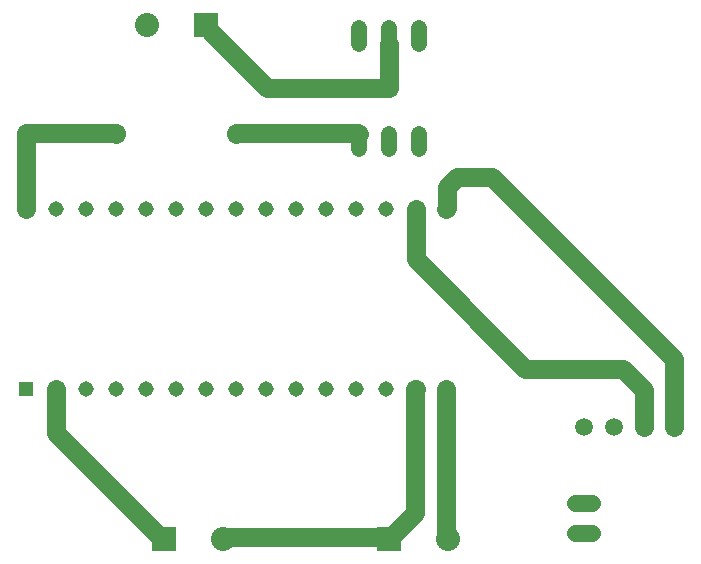
<source format=gbr>
G04 EAGLE Gerber RS-274X export*
G75*
%MOMM*%
%FSLAX34Y34*%
%LPD*%
%INTop Copper*%
%IPPOS*%
%AMOC8*
5,1,8,0,0,1.08239X$1,22.5*%
G01*
%ADD10R,1.308000X1.308000*%
%ADD11C,1.308000*%
%ADD12R,2.032000X2.032000*%
%ADD13C,2.032000*%
%ADD14C,1.320800*%
%ADD15P,1.429621X8X202.500000*%
%ADD16C,1.508000*%
%ADD17C,1.422400*%
%ADD18C,1.625600*%


D10*
X38100Y152400D03*
D11*
X63500Y152400D03*
X88900Y152400D03*
X114300Y152400D03*
X139700Y152400D03*
X165100Y152400D03*
X190500Y152400D03*
X215900Y152400D03*
X241300Y152400D03*
X266700Y152400D03*
X292100Y152400D03*
X317500Y152400D03*
X342900Y152400D03*
X368300Y152400D03*
X393700Y152400D03*
X393700Y304800D03*
X368300Y304800D03*
X342900Y304800D03*
X317500Y304800D03*
X292100Y304800D03*
X266700Y304800D03*
X241300Y304800D03*
X215900Y304800D03*
X190500Y304800D03*
X165100Y304800D03*
X139700Y304800D03*
X114300Y304800D03*
X88900Y304800D03*
X63500Y304800D03*
X38100Y304800D03*
D12*
X190500Y459900D03*
D13*
X140500Y459900D03*
D14*
X319400Y368300D02*
X319400Y355092D01*
X344800Y355092D02*
X344800Y368300D01*
X344800Y444500D02*
X344800Y457708D01*
X319400Y457708D02*
X319400Y444500D01*
X370200Y368300D02*
X370200Y355092D01*
X370200Y444500D02*
X370200Y457708D01*
D12*
X344800Y25400D03*
D13*
X394800Y25400D03*
D15*
X215900Y368300D03*
X114300Y368300D03*
D12*
X154300Y25400D03*
D13*
X204300Y25400D03*
D16*
X510700Y119850D03*
X536100Y119850D03*
X561500Y119850D03*
X586900Y119850D03*
D17*
X517112Y30300D02*
X502888Y30300D01*
X502888Y55700D02*
X517112Y55700D01*
D18*
X393160Y25972D02*
X393160Y152130D01*
X393700Y152400D01*
X393160Y25972D02*
X394800Y25400D01*
X367490Y47450D02*
X367490Y152130D01*
X367490Y47450D02*
X346710Y26670D01*
X367490Y152130D02*
X368300Y152400D01*
X346710Y26670D02*
X344800Y25400D01*
X337820Y26670D02*
X204470Y26670D01*
X204300Y25400D01*
X337820Y26670D02*
X344800Y25400D01*
X38100Y304800D02*
X38100Y368490D01*
X114110Y368490D02*
X114300Y368300D01*
X114110Y368490D02*
X38100Y368490D01*
X63230Y152130D02*
X63230Y114570D01*
X151130Y26670D01*
X63230Y152130D02*
X63500Y152400D01*
X151130Y26670D02*
X154300Y25400D01*
X319400Y368300D02*
X319320Y368380D01*
X215980Y368380D02*
X215900Y368300D01*
X215980Y368380D02*
X319320Y368380D01*
X242250Y406720D02*
X195580Y453390D01*
X344800Y444500D02*
X344800Y406720D01*
X242250Y406720D01*
X195580Y453390D02*
X190500Y459900D01*
X393700Y304800D02*
X394160Y305260D01*
X394160Y323040D01*
X402940Y331820D01*
X432720Y331820D01*
X586740Y177800D01*
X586740Y124460D01*
X586900Y119850D01*
X368300Y304800D02*
X368000Y304500D01*
X368000Y262000D01*
X460760Y169240D01*
X543290Y169240D01*
X561500Y151030D01*
X561500Y119850D01*
M02*

</source>
